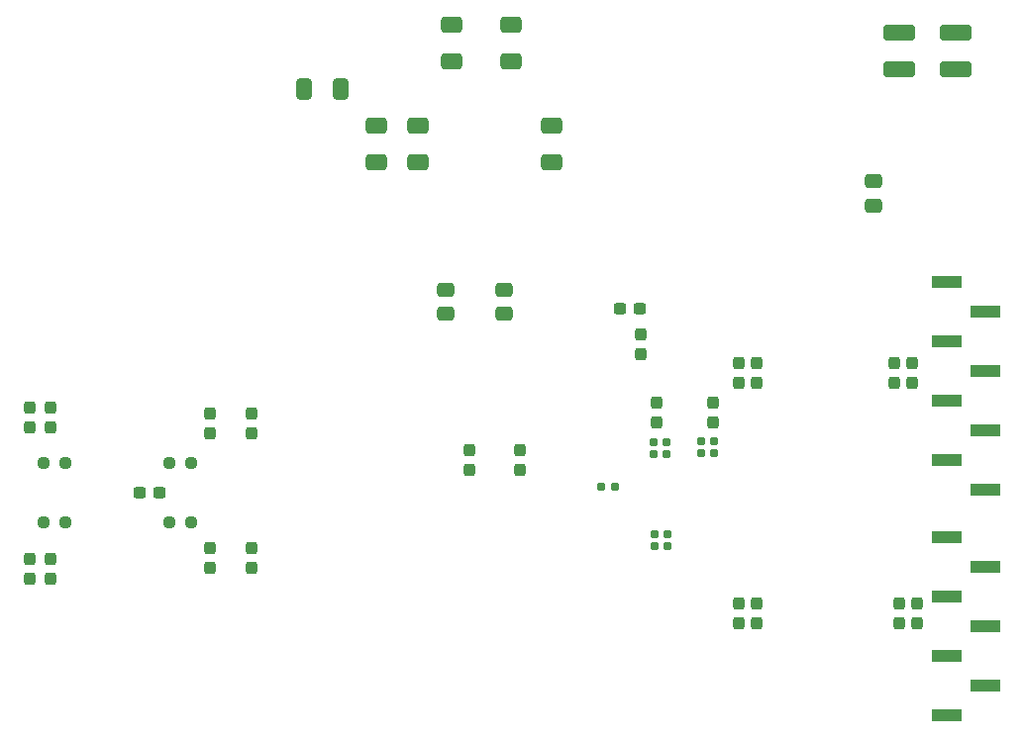
<source format=gbr>
G04 #@! TF.GenerationSoftware,KiCad,Pcbnew,8.0.4*
G04 #@! TF.CreationDate,2024-09-02T12:45:46+02:00*
G04 #@! TF.ProjectId,AD4030-Voltage,41443430-3330-42d5-966f-6c746167652e,rev?*
G04 #@! TF.SameCoordinates,Original*
G04 #@! TF.FileFunction,Paste,Bot*
G04 #@! TF.FilePolarity,Positive*
%FSLAX46Y46*%
G04 Gerber Fmt 4.6, Leading zero omitted, Abs format (unit mm)*
G04 Created by KiCad (PCBNEW 8.0.4) date 2024-09-02 12:45:46*
%MOMM*%
%LPD*%
G01*
G04 APERTURE LIST*
G04 Aperture macros list*
%AMRoundRect*
0 Rectangle with rounded corners*
0 $1 Rounding radius*
0 $2 $3 $4 $5 $6 $7 $8 $9 X,Y pos of 4 corners*
0 Add a 4 corners polygon primitive as box body*
4,1,4,$2,$3,$4,$5,$6,$7,$8,$9,$2,$3,0*
0 Add four circle primitives for the rounded corners*
1,1,$1+$1,$2,$3*
1,1,$1+$1,$4,$5*
1,1,$1+$1,$6,$7*
1,1,$1+$1,$8,$9*
0 Add four rect primitives between the rounded corners*
20,1,$1+$1,$2,$3,$4,$5,0*
20,1,$1+$1,$4,$5,$6,$7,0*
20,1,$1+$1,$6,$7,$8,$9,0*
20,1,$1+$1,$8,$9,$2,$3,0*%
G04 Aperture macros list end*
%ADD10RoundRect,0.237500X0.237500X-0.300000X0.237500X0.300000X-0.237500X0.300000X-0.237500X-0.300000X0*%
%ADD11RoundRect,0.160000X-0.197500X-0.160000X0.197500X-0.160000X0.197500X0.160000X-0.197500X0.160000X0*%
%ADD12RoundRect,0.237500X0.250000X0.237500X-0.250000X0.237500X-0.250000X-0.237500X0.250000X-0.237500X0*%
%ADD13RoundRect,0.250000X0.412500X0.650000X-0.412500X0.650000X-0.412500X-0.650000X0.412500X-0.650000X0*%
%ADD14RoundRect,0.155000X0.212500X0.155000X-0.212500X0.155000X-0.212500X-0.155000X0.212500X-0.155000X0*%
%ADD15RoundRect,0.237500X-0.237500X0.300000X-0.237500X-0.300000X0.237500X-0.300000X0.237500X0.300000X0*%
%ADD16RoundRect,0.250000X-0.650000X0.412500X-0.650000X-0.412500X0.650000X-0.412500X0.650000X0.412500X0*%
%ADD17R,2.510000X1.000000*%
%ADD18RoundRect,0.250000X1.100000X-0.412500X1.100000X0.412500X-1.100000X0.412500X-1.100000X-0.412500X0*%
%ADD19RoundRect,0.250000X0.475000X-0.337500X0.475000X0.337500X-0.475000X0.337500X-0.475000X-0.337500X0*%
%ADD20RoundRect,0.237500X-0.250000X-0.237500X0.250000X-0.237500X0.250000X0.237500X-0.250000X0.237500X0*%
%ADD21RoundRect,0.237500X0.300000X0.237500X-0.300000X0.237500X-0.300000X-0.237500X0.300000X-0.237500X0*%
%ADD22RoundRect,0.250000X-0.475000X0.337500X-0.475000X-0.337500X0.475000X-0.337500X0.475000X0.337500X0*%
G04 APERTURE END LIST*
D10*
G04 #@! TO.C,C229*
X135509000Y-103097500D03*
X135509000Y-101372500D03*
G04 #@! TD*
G04 #@! TO.C,C208*
X116840000Y-99922500D03*
X116840000Y-98197500D03*
G04 #@! TD*
D11*
G04 #@! TO.C,R304*
X146722500Y-104521000D03*
X147917500Y-104521000D03*
G04 #@! TD*
D12*
G04 #@! TO.C,R213*
X111693500Y-102489000D03*
X109868500Y-102489000D03*
G04 #@! TD*
D13*
G04 #@! TO.C,C504*
X124498500Y-70485000D03*
X121373500Y-70485000D03*
G04 #@! TD*
D14*
G04 #@! TO.C,C309*
X152332500Y-100711000D03*
X151197500Y-100711000D03*
G04 #@! TD*
G04 #@! TO.C,C305*
X156396500Y-101600000D03*
X155261500Y-101600000D03*
G04 #@! TD*
D15*
G04 #@! TO.C,C224*
X116840000Y-109754500D03*
X116840000Y-111479500D03*
G04 #@! TD*
D10*
G04 #@! TO.C,C402*
X160020000Y-116178500D03*
X160020000Y-114453500D03*
G04 #@! TD*
D15*
G04 #@! TO.C,C219*
X97917000Y-97689500D03*
X97917000Y-99414500D03*
G04 #@! TD*
D16*
G04 #@! TO.C,C523*
X131064000Y-73589000D03*
X131064000Y-76714000D03*
G04 #@! TD*
D15*
G04 #@! TO.C,C216*
X99695000Y-97689500D03*
X99695000Y-99414500D03*
G04 #@! TD*
D14*
G04 #@! TO.C,C306*
X152332500Y-101727000D03*
X151197500Y-101727000D03*
G04 #@! TD*
D15*
G04 #@! TO.C,C408*
X173355000Y-93879500D03*
X173355000Y-95604500D03*
G04 #@! TD*
G04 #@! TO.C,C215*
X139827000Y-101372500D03*
X139827000Y-103097500D03*
G04 #@! TD*
D17*
G04 #@! TO.C,J402*
X176272000Y-108839000D03*
X179582000Y-111379000D03*
X176272000Y-113919000D03*
X179582000Y-116459000D03*
X176272000Y-118999000D03*
X179582000Y-121539000D03*
X176272000Y-124079000D03*
G04 #@! TD*
D14*
G04 #@! TO.C,C302*
X152459500Y-109601000D03*
X151324500Y-109601000D03*
G04 #@! TD*
D18*
G04 #@! TO.C,C502*
X177038000Y-68745500D03*
X177038000Y-65620500D03*
G04 #@! TD*
D16*
G04 #@! TO.C,C501*
X127508000Y-73621500D03*
X127508000Y-76746500D03*
G04 #@! TD*
G04 #@! TO.C,C522*
X142494000Y-73589000D03*
X142494000Y-76714000D03*
G04 #@! TD*
D15*
G04 #@! TO.C,C217*
X97917000Y-110643500D03*
X97917000Y-112368500D03*
G04 #@! TD*
D16*
G04 #@! TO.C,C514*
X139065000Y-64985500D03*
X139065000Y-68110500D03*
G04 #@! TD*
D18*
G04 #@! TO.C,C506*
X172212000Y-68745500D03*
X172212000Y-65620500D03*
G04 #@! TD*
D15*
G04 #@! TO.C,C312*
X150114000Y-91466500D03*
X150114000Y-93191500D03*
G04 #@! TD*
D14*
G04 #@! TO.C,C304*
X152459500Y-108585000D03*
X151324500Y-108585000D03*
G04 #@! TD*
D15*
G04 #@! TO.C,C404*
X158496000Y-93879500D03*
X158496000Y-95604500D03*
G04 #@! TD*
G04 #@! TO.C,C407*
X171831000Y-93879500D03*
X171831000Y-95604500D03*
G04 #@! TD*
D19*
G04 #@! TO.C,C315*
X133477000Y-89683500D03*
X133477000Y-87608500D03*
G04 #@! TD*
D15*
G04 #@! TO.C,C311*
X151511000Y-97308500D03*
X151511000Y-99033500D03*
G04 #@! TD*
D10*
G04 #@! TO.C,C401*
X158496000Y-116178500D03*
X158496000Y-114453500D03*
G04 #@! TD*
D15*
G04 #@! TO.C,C403*
X160020000Y-93879500D03*
X160020000Y-95604500D03*
G04 #@! TD*
D17*
G04 #@! TO.C,J401*
X176272000Y-86995000D03*
X179582000Y-89535000D03*
X176272000Y-92075000D03*
X179582000Y-94615000D03*
X176272000Y-97155000D03*
X179582000Y-99695000D03*
X176272000Y-102235000D03*
X179582000Y-104775000D03*
G04 #@! TD*
D10*
G04 #@! TO.C,C405*
X173736000Y-116178500D03*
X173736000Y-114453500D03*
G04 #@! TD*
G04 #@! TO.C,C221*
X113284000Y-99922500D03*
X113284000Y-98197500D03*
G04 #@! TD*
D12*
G04 #@! TO.C,R211*
X100943500Y-102474000D03*
X99118500Y-102474000D03*
G04 #@! TD*
D19*
G04 #@! TO.C,C318*
X138430000Y-89683500D03*
X138430000Y-87608500D03*
G04 #@! TD*
D20*
G04 #@! TO.C,R212*
X99118500Y-107554000D03*
X100943500Y-107554000D03*
G04 #@! TD*
D15*
G04 #@! TO.C,C220*
X99695000Y-110643500D03*
X99695000Y-112368500D03*
G04 #@! TD*
D10*
G04 #@! TO.C,C406*
X172212000Y-116178500D03*
X172212000Y-114453500D03*
G04 #@! TD*
D21*
G04 #@! TO.C,C313*
X150087500Y-89281000D03*
X148362500Y-89281000D03*
G04 #@! TD*
G04 #@! TO.C,C225*
X109021500Y-105029000D03*
X107296500Y-105029000D03*
G04 #@! TD*
D10*
G04 #@! TO.C,C317*
X156337000Y-99033500D03*
X156337000Y-97308500D03*
G04 #@! TD*
D20*
G04 #@! TO.C,R214*
X109868500Y-107569000D03*
X111693500Y-107569000D03*
G04 #@! TD*
D15*
G04 #@! TO.C,C211*
X113284000Y-109754500D03*
X113284000Y-111479500D03*
G04 #@! TD*
D16*
G04 #@! TO.C,C516*
X133985000Y-64985500D03*
X133985000Y-68110500D03*
G04 #@! TD*
D22*
G04 #@! TO.C,C515*
X170053000Y-78337500D03*
X170053000Y-80412500D03*
G04 #@! TD*
D14*
G04 #@! TO.C,C303*
X156396500Y-100584000D03*
X155261500Y-100584000D03*
G04 #@! TD*
M02*

</source>
